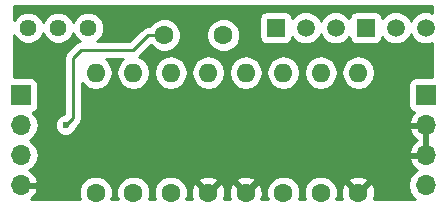
<source format=gbl>
G04 #@! TF.FileFunction,Copper,L2,Bot,Signal*
%FSLAX46Y46*%
G04 Gerber Fmt 4.6, Leading zero omitted, Abs format (unit mm)*
G04 Created by KiCad (PCBNEW 4.0.7) date 12/13/18 17:40:25*
%MOMM*%
%LPD*%
G01*
G04 APERTURE LIST*
%ADD10C,0.100000*%
%ADD11C,1.600000*%
%ADD12O,1.600000X1.600000*%
%ADD13C,1.440000*%
%ADD14R,1.700000X1.700000*%
%ADD15O,1.700000X1.700000*%
%ADD16C,1.520000*%
%ADD17R,1.520000X1.520000*%
%ADD18C,0.600000*%
%ADD19C,0.250000*%
%ADD20C,0.254000*%
G04 APERTURE END LIST*
D10*
D11*
X150495000Y-135255000D03*
D12*
X150495000Y-125095000D03*
D13*
X135255000Y-121285000D03*
X137795000Y-121285000D03*
X140335000Y-121285000D03*
D11*
X151765000Y-121920000D03*
X146765000Y-121920000D03*
D14*
X168910000Y-127000000D03*
D15*
X168910000Y-129540000D03*
X168910000Y-132080000D03*
X168910000Y-134620000D03*
D16*
X158750000Y-121285000D03*
X161290000Y-121285000D03*
D17*
X156210000Y-121285000D03*
D16*
X166370000Y-121285000D03*
X168910000Y-121285000D03*
D17*
X163830000Y-121285000D03*
D11*
X144145000Y-135255000D03*
D12*
X144145000Y-125095000D03*
D11*
X147320000Y-135255000D03*
D12*
X147320000Y-125095000D03*
D11*
X156845000Y-135255000D03*
D12*
X156845000Y-125095000D03*
D11*
X153670000Y-135255000D03*
D12*
X153670000Y-125095000D03*
D11*
X160020000Y-135255000D03*
D12*
X160020000Y-125095000D03*
D11*
X163195000Y-135255000D03*
D12*
X163195000Y-125095000D03*
D11*
X140970000Y-135255000D03*
D12*
X140970000Y-125095000D03*
D14*
X134620000Y-127000000D03*
D15*
X134620000Y-129540000D03*
X134620000Y-132080000D03*
X134620000Y-134620000D03*
D18*
X138430000Y-129540000D03*
D19*
X139065000Y-128905000D02*
X138430000Y-129540000D01*
X139065000Y-123825000D02*
X139065000Y-128905000D01*
X139700000Y-123190000D02*
X139065000Y-123825000D01*
X146765000Y-121920000D02*
X145415000Y-121920000D01*
X144145000Y-123190000D02*
X139700000Y-123190000D01*
X145415000Y-121920000D02*
X144145000Y-123190000D01*
D20*
G36*
X169470000Y-120007048D02*
X169188700Y-119890242D01*
X168633735Y-119889758D01*
X168120828Y-120101687D01*
X167728066Y-120493764D01*
X167640046Y-120705738D01*
X167553313Y-120495828D01*
X167161236Y-120103066D01*
X166648700Y-119890242D01*
X166093735Y-119889758D01*
X165580828Y-120101687D01*
X165224684Y-120457210D01*
X165193162Y-120289683D01*
X165054090Y-120073559D01*
X164841890Y-119928569D01*
X164590000Y-119877560D01*
X163070000Y-119877560D01*
X162834683Y-119921838D01*
X162618559Y-120060910D01*
X162473569Y-120273110D01*
X162436031Y-120458480D01*
X162081236Y-120103066D01*
X161568700Y-119890242D01*
X161013735Y-119889758D01*
X160500828Y-120101687D01*
X160108066Y-120493764D01*
X160020046Y-120705738D01*
X159933313Y-120495828D01*
X159541236Y-120103066D01*
X159028700Y-119890242D01*
X158473735Y-119889758D01*
X157960828Y-120101687D01*
X157604684Y-120457210D01*
X157573162Y-120289683D01*
X157434090Y-120073559D01*
X157221890Y-119928569D01*
X156970000Y-119877560D01*
X155450000Y-119877560D01*
X155214683Y-119921838D01*
X154998559Y-120060910D01*
X154853569Y-120273110D01*
X154802560Y-120525000D01*
X154802560Y-122045000D01*
X154846838Y-122280317D01*
X154985910Y-122496441D01*
X155198110Y-122641431D01*
X155450000Y-122692440D01*
X156970000Y-122692440D01*
X157205317Y-122648162D01*
X157421441Y-122509090D01*
X157566431Y-122296890D01*
X157603969Y-122111520D01*
X157958764Y-122466934D01*
X158471300Y-122679758D01*
X159026265Y-122680242D01*
X159539172Y-122468313D01*
X159931934Y-122076236D01*
X160019954Y-121864262D01*
X160106687Y-122074172D01*
X160498764Y-122466934D01*
X161011300Y-122679758D01*
X161566265Y-122680242D01*
X162079172Y-122468313D01*
X162435316Y-122112790D01*
X162466838Y-122280317D01*
X162605910Y-122496441D01*
X162818110Y-122641431D01*
X163070000Y-122692440D01*
X164590000Y-122692440D01*
X164825317Y-122648162D01*
X165041441Y-122509090D01*
X165186431Y-122296890D01*
X165223969Y-122111520D01*
X165578764Y-122466934D01*
X166091300Y-122679758D01*
X166646265Y-122680242D01*
X167159172Y-122468313D01*
X167551934Y-122076236D01*
X167639954Y-121864262D01*
X167726687Y-122074172D01*
X168118764Y-122466934D01*
X168631300Y-122679758D01*
X169186265Y-122680242D01*
X169470000Y-122563005D01*
X169470000Y-125502560D01*
X168060000Y-125502560D01*
X167824683Y-125546838D01*
X167608559Y-125685910D01*
X167463569Y-125898110D01*
X167412560Y-126150000D01*
X167412560Y-127850000D01*
X167456838Y-128085317D01*
X167595910Y-128301441D01*
X167808110Y-128446431D01*
X167916107Y-128468301D01*
X167638355Y-128773076D01*
X167468524Y-129183110D01*
X167589845Y-129413000D01*
X168783000Y-129413000D01*
X168783000Y-129393000D01*
X169037000Y-129393000D01*
X169037000Y-129413000D01*
X169057000Y-129413000D01*
X169057000Y-129667000D01*
X169037000Y-129667000D01*
X169037000Y-131953000D01*
X169057000Y-131953000D01*
X169057000Y-132207000D01*
X169037000Y-132207000D01*
X169037000Y-132227000D01*
X168783000Y-132227000D01*
X168783000Y-132207000D01*
X167589845Y-132207000D01*
X167468524Y-132436890D01*
X167638355Y-132846924D01*
X168028642Y-133275183D01*
X168171553Y-133342298D01*
X167830853Y-133569946D01*
X167508946Y-134051715D01*
X167395907Y-134620000D01*
X167508946Y-135188285D01*
X167830853Y-135670054D01*
X168047781Y-135815000D01*
X164518597Y-135815000D01*
X164641965Y-135471777D01*
X164614778Y-134901546D01*
X164448864Y-134500995D01*
X164202745Y-134426861D01*
X163374605Y-135255000D01*
X163388748Y-135269142D01*
X163209143Y-135448748D01*
X163195000Y-135434605D01*
X163180858Y-135448748D01*
X163001252Y-135269142D01*
X163015395Y-135255000D01*
X162187255Y-134426861D01*
X161941136Y-134500995D01*
X161748035Y-135038223D01*
X161775222Y-135608454D01*
X161860776Y-135815000D01*
X161341262Y-135815000D01*
X161454750Y-135541691D01*
X161455248Y-134970813D01*
X161237243Y-134443200D01*
X161041640Y-134247255D01*
X162366861Y-134247255D01*
X163195000Y-135075395D01*
X164023139Y-134247255D01*
X163949005Y-134001136D01*
X163411777Y-133808035D01*
X162841546Y-133835222D01*
X162440995Y-134001136D01*
X162366861Y-134247255D01*
X161041640Y-134247255D01*
X160833923Y-134039176D01*
X160306691Y-133820250D01*
X159735813Y-133819752D01*
X159208200Y-134037757D01*
X158804176Y-134441077D01*
X158585250Y-134968309D01*
X158584752Y-135539187D01*
X158698715Y-135815000D01*
X158166262Y-135815000D01*
X158279750Y-135541691D01*
X158280248Y-134970813D01*
X158062243Y-134443200D01*
X157658923Y-134039176D01*
X157131691Y-133820250D01*
X156560813Y-133819752D01*
X156033200Y-134037757D01*
X155629176Y-134441077D01*
X155410250Y-134968309D01*
X155409752Y-135539187D01*
X155523715Y-135815000D01*
X154993597Y-135815000D01*
X155116965Y-135471777D01*
X155089778Y-134901546D01*
X154923864Y-134500995D01*
X154677745Y-134426861D01*
X153849605Y-135255000D01*
X153863748Y-135269142D01*
X153684143Y-135448748D01*
X153670000Y-135434605D01*
X153655858Y-135448748D01*
X153476252Y-135269142D01*
X153490395Y-135255000D01*
X152662255Y-134426861D01*
X152416136Y-134500995D01*
X152223035Y-135038223D01*
X152250222Y-135608454D01*
X152335776Y-135815000D01*
X151818597Y-135815000D01*
X151941965Y-135471777D01*
X151914778Y-134901546D01*
X151748864Y-134500995D01*
X151502745Y-134426861D01*
X150674605Y-135255000D01*
X150688748Y-135269142D01*
X150509143Y-135448748D01*
X150495000Y-135434605D01*
X150480858Y-135448748D01*
X150301252Y-135269142D01*
X150315395Y-135255000D01*
X149487255Y-134426861D01*
X149241136Y-134500995D01*
X149048035Y-135038223D01*
X149075222Y-135608454D01*
X149160776Y-135815000D01*
X148641262Y-135815000D01*
X148754750Y-135541691D01*
X148755248Y-134970813D01*
X148537243Y-134443200D01*
X148341640Y-134247255D01*
X149666861Y-134247255D01*
X150495000Y-135075395D01*
X151323139Y-134247255D01*
X152841861Y-134247255D01*
X153670000Y-135075395D01*
X154498139Y-134247255D01*
X154424005Y-134001136D01*
X153886777Y-133808035D01*
X153316546Y-133835222D01*
X152915995Y-134001136D01*
X152841861Y-134247255D01*
X151323139Y-134247255D01*
X151249005Y-134001136D01*
X150711777Y-133808035D01*
X150141546Y-133835222D01*
X149740995Y-134001136D01*
X149666861Y-134247255D01*
X148341640Y-134247255D01*
X148133923Y-134039176D01*
X147606691Y-133820250D01*
X147035813Y-133819752D01*
X146508200Y-134037757D01*
X146104176Y-134441077D01*
X145885250Y-134968309D01*
X145884752Y-135539187D01*
X145998715Y-135815000D01*
X145466262Y-135815000D01*
X145579750Y-135541691D01*
X145580248Y-134970813D01*
X145362243Y-134443200D01*
X144958923Y-134039176D01*
X144431691Y-133820250D01*
X143860813Y-133819752D01*
X143333200Y-134037757D01*
X142929176Y-134441077D01*
X142710250Y-134968309D01*
X142709752Y-135539187D01*
X142823715Y-135815000D01*
X142291262Y-135815000D01*
X142404750Y-135541691D01*
X142405248Y-134970813D01*
X142187243Y-134443200D01*
X141783923Y-134039176D01*
X141256691Y-133820250D01*
X140685813Y-133819752D01*
X140158200Y-134037757D01*
X139754176Y-134441077D01*
X139535250Y-134968309D01*
X139534752Y-135539187D01*
X139648715Y-135815000D01*
X135501525Y-135815000D01*
X135891645Y-135386924D01*
X136061476Y-134976890D01*
X135940155Y-134747000D01*
X134747000Y-134747000D01*
X134747000Y-134767000D01*
X134493000Y-134767000D01*
X134493000Y-134747000D01*
X134473000Y-134747000D01*
X134473000Y-134493000D01*
X134493000Y-134493000D01*
X134493000Y-134473000D01*
X134747000Y-134473000D01*
X134747000Y-134493000D01*
X135940155Y-134493000D01*
X136061476Y-134263110D01*
X135891645Y-133853076D01*
X135501358Y-133424817D01*
X135358447Y-133357702D01*
X135699147Y-133130054D01*
X136021054Y-132648285D01*
X136134093Y-132080000D01*
X136021054Y-131511715D01*
X135699147Y-131029946D01*
X135369974Y-130810000D01*
X135699147Y-130590054D01*
X136021054Y-130108285D01*
X136134093Y-129540000D01*
X136021054Y-128971715D01*
X135699147Y-128489946D01*
X135657548Y-128462150D01*
X135705317Y-128453162D01*
X135921441Y-128314090D01*
X136066431Y-128101890D01*
X136117440Y-127850000D01*
X136117440Y-126150000D01*
X136073162Y-125914683D01*
X135934090Y-125698559D01*
X135721890Y-125553569D01*
X135470000Y-125502560D01*
X134060000Y-125502560D01*
X134060000Y-121941142D01*
X134105617Y-122051543D01*
X134486452Y-122433043D01*
X134984291Y-122639764D01*
X135523344Y-122640235D01*
X136021543Y-122434383D01*
X136403043Y-122053548D01*
X136525045Y-121759736D01*
X136645617Y-122051543D01*
X137026452Y-122433043D01*
X137524291Y-122639764D01*
X138063344Y-122640235D01*
X138561543Y-122434383D01*
X138943043Y-122053548D01*
X139065045Y-121759736D01*
X139185617Y-122051543D01*
X139566452Y-122433043D01*
X139604751Y-122448946D01*
X139409161Y-122487852D01*
X139162599Y-122652599D01*
X138527599Y-123287599D01*
X138362852Y-123534161D01*
X138305000Y-123825000D01*
X138305000Y-128590198D01*
X138290320Y-128604878D01*
X138244833Y-128604838D01*
X137901057Y-128746883D01*
X137637808Y-129009673D01*
X137495162Y-129353201D01*
X137494838Y-129725167D01*
X137636883Y-130068943D01*
X137899673Y-130332192D01*
X138243201Y-130474838D01*
X138615167Y-130475162D01*
X138958943Y-130333117D01*
X139222192Y-130070327D01*
X139294209Y-129896890D01*
X167468524Y-129896890D01*
X167638355Y-130306924D01*
X168028642Y-130735183D01*
X168187954Y-130810000D01*
X168028642Y-130884817D01*
X167638355Y-131313076D01*
X167468524Y-131723110D01*
X167589845Y-131953000D01*
X168783000Y-131953000D01*
X168783000Y-129667000D01*
X167589845Y-129667000D01*
X167468524Y-129896890D01*
X139294209Y-129896890D01*
X139364838Y-129726799D01*
X139364879Y-129679923D01*
X139602401Y-129442401D01*
X139767148Y-129195839D01*
X139825000Y-128905000D01*
X139825000Y-125942801D01*
X139955302Y-126137811D01*
X140420849Y-126448880D01*
X140970000Y-126558113D01*
X141519151Y-126448880D01*
X141984698Y-126137811D01*
X142295767Y-125672264D01*
X142405000Y-125123113D01*
X142405000Y-125066887D01*
X142295767Y-124517736D01*
X141984698Y-124052189D01*
X141831762Y-123950000D01*
X143283238Y-123950000D01*
X143130302Y-124052189D01*
X142819233Y-124517736D01*
X142710000Y-125066887D01*
X142710000Y-125123113D01*
X142819233Y-125672264D01*
X143130302Y-126137811D01*
X143595849Y-126448880D01*
X144145000Y-126558113D01*
X144694151Y-126448880D01*
X145159698Y-126137811D01*
X145470767Y-125672264D01*
X145580000Y-125123113D01*
X145580000Y-125066887D01*
X145885000Y-125066887D01*
X145885000Y-125123113D01*
X145994233Y-125672264D01*
X146305302Y-126137811D01*
X146770849Y-126448880D01*
X147320000Y-126558113D01*
X147869151Y-126448880D01*
X148334698Y-126137811D01*
X148645767Y-125672264D01*
X148755000Y-125123113D01*
X148755000Y-125066887D01*
X149060000Y-125066887D01*
X149060000Y-125123113D01*
X149169233Y-125672264D01*
X149480302Y-126137811D01*
X149945849Y-126448880D01*
X150495000Y-126558113D01*
X151044151Y-126448880D01*
X151509698Y-126137811D01*
X151820767Y-125672264D01*
X151930000Y-125123113D01*
X151930000Y-125066887D01*
X152235000Y-125066887D01*
X152235000Y-125123113D01*
X152344233Y-125672264D01*
X152655302Y-126137811D01*
X153120849Y-126448880D01*
X153670000Y-126558113D01*
X154219151Y-126448880D01*
X154684698Y-126137811D01*
X154995767Y-125672264D01*
X155105000Y-125123113D01*
X155105000Y-125066887D01*
X155410000Y-125066887D01*
X155410000Y-125123113D01*
X155519233Y-125672264D01*
X155830302Y-126137811D01*
X156295849Y-126448880D01*
X156845000Y-126558113D01*
X157394151Y-126448880D01*
X157859698Y-126137811D01*
X158170767Y-125672264D01*
X158280000Y-125123113D01*
X158280000Y-125066887D01*
X158585000Y-125066887D01*
X158585000Y-125123113D01*
X158694233Y-125672264D01*
X159005302Y-126137811D01*
X159470849Y-126448880D01*
X160020000Y-126558113D01*
X160569151Y-126448880D01*
X161034698Y-126137811D01*
X161345767Y-125672264D01*
X161455000Y-125123113D01*
X161455000Y-125066887D01*
X161760000Y-125066887D01*
X161760000Y-125123113D01*
X161869233Y-125672264D01*
X162180302Y-126137811D01*
X162645849Y-126448880D01*
X163195000Y-126558113D01*
X163744151Y-126448880D01*
X164209698Y-126137811D01*
X164520767Y-125672264D01*
X164630000Y-125123113D01*
X164630000Y-125066887D01*
X164520767Y-124517736D01*
X164209698Y-124052189D01*
X163744151Y-123741120D01*
X163195000Y-123631887D01*
X162645849Y-123741120D01*
X162180302Y-124052189D01*
X161869233Y-124517736D01*
X161760000Y-125066887D01*
X161455000Y-125066887D01*
X161345767Y-124517736D01*
X161034698Y-124052189D01*
X160569151Y-123741120D01*
X160020000Y-123631887D01*
X159470849Y-123741120D01*
X159005302Y-124052189D01*
X158694233Y-124517736D01*
X158585000Y-125066887D01*
X158280000Y-125066887D01*
X158170767Y-124517736D01*
X157859698Y-124052189D01*
X157394151Y-123741120D01*
X156845000Y-123631887D01*
X156295849Y-123741120D01*
X155830302Y-124052189D01*
X155519233Y-124517736D01*
X155410000Y-125066887D01*
X155105000Y-125066887D01*
X154995767Y-124517736D01*
X154684698Y-124052189D01*
X154219151Y-123741120D01*
X153670000Y-123631887D01*
X153120849Y-123741120D01*
X152655302Y-124052189D01*
X152344233Y-124517736D01*
X152235000Y-125066887D01*
X151930000Y-125066887D01*
X151820767Y-124517736D01*
X151509698Y-124052189D01*
X151044151Y-123741120D01*
X150495000Y-123631887D01*
X149945849Y-123741120D01*
X149480302Y-124052189D01*
X149169233Y-124517736D01*
X149060000Y-125066887D01*
X148755000Y-125066887D01*
X148645767Y-124517736D01*
X148334698Y-124052189D01*
X147869151Y-123741120D01*
X147320000Y-123631887D01*
X146770849Y-123741120D01*
X146305302Y-124052189D01*
X145994233Y-124517736D01*
X145885000Y-125066887D01*
X145580000Y-125066887D01*
X145470767Y-124517736D01*
X145159698Y-124052189D01*
X144694151Y-123741120D01*
X144669275Y-123736172D01*
X144682401Y-123727401D01*
X145612823Y-122796979D01*
X145951077Y-123135824D01*
X146478309Y-123354750D01*
X147049187Y-123355248D01*
X147576800Y-123137243D01*
X147980824Y-122733923D01*
X148199750Y-122206691D01*
X148199752Y-122204187D01*
X150329752Y-122204187D01*
X150547757Y-122731800D01*
X150951077Y-123135824D01*
X151478309Y-123354750D01*
X152049187Y-123355248D01*
X152576800Y-123137243D01*
X152980824Y-122733923D01*
X153199750Y-122206691D01*
X153200248Y-121635813D01*
X152982243Y-121108200D01*
X152578923Y-120704176D01*
X152051691Y-120485250D01*
X151480813Y-120484752D01*
X150953200Y-120702757D01*
X150549176Y-121106077D01*
X150330250Y-121633309D01*
X150329752Y-122204187D01*
X148199752Y-122204187D01*
X148200248Y-121635813D01*
X147982243Y-121108200D01*
X147578923Y-120704176D01*
X147051691Y-120485250D01*
X146480813Y-120484752D01*
X145953200Y-120702757D01*
X145549176Y-121106077D01*
X145526785Y-121160000D01*
X145415000Y-121160000D01*
X145124160Y-121217852D01*
X144877599Y-121382599D01*
X143830198Y-122430000D01*
X141105934Y-122430000D01*
X141483043Y-122053548D01*
X141689764Y-121555709D01*
X141690235Y-121016656D01*
X141484383Y-120518457D01*
X141103548Y-120136957D01*
X140605709Y-119930236D01*
X140066656Y-119929765D01*
X139568457Y-120135617D01*
X139186957Y-120516452D01*
X139064955Y-120810264D01*
X138944383Y-120518457D01*
X138563548Y-120136957D01*
X138065709Y-119930236D01*
X137526656Y-119929765D01*
X137028457Y-120135617D01*
X136646957Y-120516452D01*
X136524955Y-120810264D01*
X136404383Y-120518457D01*
X136023548Y-120136957D01*
X135525709Y-119930236D01*
X134986656Y-119929765D01*
X134488457Y-120135617D01*
X134106957Y-120516452D01*
X134060000Y-120629537D01*
X134060000Y-119455000D01*
X169470000Y-119455000D01*
X169470000Y-120007048D01*
X169470000Y-120007048D01*
G37*
X169470000Y-120007048D02*
X169188700Y-119890242D01*
X168633735Y-119889758D01*
X168120828Y-120101687D01*
X167728066Y-120493764D01*
X167640046Y-120705738D01*
X167553313Y-120495828D01*
X167161236Y-120103066D01*
X166648700Y-119890242D01*
X166093735Y-119889758D01*
X165580828Y-120101687D01*
X165224684Y-120457210D01*
X165193162Y-120289683D01*
X165054090Y-120073559D01*
X164841890Y-119928569D01*
X164590000Y-119877560D01*
X163070000Y-119877560D01*
X162834683Y-119921838D01*
X162618559Y-120060910D01*
X162473569Y-120273110D01*
X162436031Y-120458480D01*
X162081236Y-120103066D01*
X161568700Y-119890242D01*
X161013735Y-119889758D01*
X160500828Y-120101687D01*
X160108066Y-120493764D01*
X160020046Y-120705738D01*
X159933313Y-120495828D01*
X159541236Y-120103066D01*
X159028700Y-119890242D01*
X158473735Y-119889758D01*
X157960828Y-120101687D01*
X157604684Y-120457210D01*
X157573162Y-120289683D01*
X157434090Y-120073559D01*
X157221890Y-119928569D01*
X156970000Y-119877560D01*
X155450000Y-119877560D01*
X155214683Y-119921838D01*
X154998559Y-120060910D01*
X154853569Y-120273110D01*
X154802560Y-120525000D01*
X154802560Y-122045000D01*
X154846838Y-122280317D01*
X154985910Y-122496441D01*
X155198110Y-122641431D01*
X155450000Y-122692440D01*
X156970000Y-122692440D01*
X157205317Y-122648162D01*
X157421441Y-122509090D01*
X157566431Y-122296890D01*
X157603969Y-122111520D01*
X157958764Y-122466934D01*
X158471300Y-122679758D01*
X159026265Y-122680242D01*
X159539172Y-122468313D01*
X159931934Y-122076236D01*
X160019954Y-121864262D01*
X160106687Y-122074172D01*
X160498764Y-122466934D01*
X161011300Y-122679758D01*
X161566265Y-122680242D01*
X162079172Y-122468313D01*
X162435316Y-122112790D01*
X162466838Y-122280317D01*
X162605910Y-122496441D01*
X162818110Y-122641431D01*
X163070000Y-122692440D01*
X164590000Y-122692440D01*
X164825317Y-122648162D01*
X165041441Y-122509090D01*
X165186431Y-122296890D01*
X165223969Y-122111520D01*
X165578764Y-122466934D01*
X166091300Y-122679758D01*
X166646265Y-122680242D01*
X167159172Y-122468313D01*
X167551934Y-122076236D01*
X167639954Y-121864262D01*
X167726687Y-122074172D01*
X168118764Y-122466934D01*
X168631300Y-122679758D01*
X169186265Y-122680242D01*
X169470000Y-122563005D01*
X169470000Y-125502560D01*
X168060000Y-125502560D01*
X167824683Y-125546838D01*
X167608559Y-125685910D01*
X167463569Y-125898110D01*
X167412560Y-126150000D01*
X167412560Y-127850000D01*
X167456838Y-128085317D01*
X167595910Y-128301441D01*
X167808110Y-128446431D01*
X167916107Y-128468301D01*
X167638355Y-128773076D01*
X167468524Y-129183110D01*
X167589845Y-129413000D01*
X168783000Y-129413000D01*
X168783000Y-129393000D01*
X169037000Y-129393000D01*
X169037000Y-129413000D01*
X169057000Y-129413000D01*
X169057000Y-129667000D01*
X169037000Y-129667000D01*
X169037000Y-131953000D01*
X169057000Y-131953000D01*
X169057000Y-132207000D01*
X169037000Y-132207000D01*
X169037000Y-132227000D01*
X168783000Y-132227000D01*
X168783000Y-132207000D01*
X167589845Y-132207000D01*
X167468524Y-132436890D01*
X167638355Y-132846924D01*
X168028642Y-133275183D01*
X168171553Y-133342298D01*
X167830853Y-133569946D01*
X167508946Y-134051715D01*
X167395907Y-134620000D01*
X167508946Y-135188285D01*
X167830853Y-135670054D01*
X168047781Y-135815000D01*
X164518597Y-135815000D01*
X164641965Y-135471777D01*
X164614778Y-134901546D01*
X164448864Y-134500995D01*
X164202745Y-134426861D01*
X163374605Y-135255000D01*
X163388748Y-135269142D01*
X163209143Y-135448748D01*
X163195000Y-135434605D01*
X163180858Y-135448748D01*
X163001252Y-135269142D01*
X163015395Y-135255000D01*
X162187255Y-134426861D01*
X161941136Y-134500995D01*
X161748035Y-135038223D01*
X161775222Y-135608454D01*
X161860776Y-135815000D01*
X161341262Y-135815000D01*
X161454750Y-135541691D01*
X161455248Y-134970813D01*
X161237243Y-134443200D01*
X161041640Y-134247255D01*
X162366861Y-134247255D01*
X163195000Y-135075395D01*
X164023139Y-134247255D01*
X163949005Y-134001136D01*
X163411777Y-133808035D01*
X162841546Y-133835222D01*
X162440995Y-134001136D01*
X162366861Y-134247255D01*
X161041640Y-134247255D01*
X160833923Y-134039176D01*
X160306691Y-133820250D01*
X159735813Y-133819752D01*
X159208200Y-134037757D01*
X158804176Y-134441077D01*
X158585250Y-134968309D01*
X158584752Y-135539187D01*
X158698715Y-135815000D01*
X158166262Y-135815000D01*
X158279750Y-135541691D01*
X158280248Y-134970813D01*
X158062243Y-134443200D01*
X157658923Y-134039176D01*
X157131691Y-133820250D01*
X156560813Y-133819752D01*
X156033200Y-134037757D01*
X155629176Y-134441077D01*
X155410250Y-134968309D01*
X155409752Y-135539187D01*
X155523715Y-135815000D01*
X154993597Y-135815000D01*
X155116965Y-135471777D01*
X155089778Y-134901546D01*
X154923864Y-134500995D01*
X154677745Y-134426861D01*
X153849605Y-135255000D01*
X153863748Y-135269142D01*
X153684143Y-135448748D01*
X153670000Y-135434605D01*
X153655858Y-135448748D01*
X153476252Y-135269142D01*
X153490395Y-135255000D01*
X152662255Y-134426861D01*
X152416136Y-134500995D01*
X152223035Y-135038223D01*
X152250222Y-135608454D01*
X152335776Y-135815000D01*
X151818597Y-135815000D01*
X151941965Y-135471777D01*
X151914778Y-134901546D01*
X151748864Y-134500995D01*
X151502745Y-134426861D01*
X150674605Y-135255000D01*
X150688748Y-135269142D01*
X150509143Y-135448748D01*
X150495000Y-135434605D01*
X150480858Y-135448748D01*
X150301252Y-135269142D01*
X150315395Y-135255000D01*
X149487255Y-134426861D01*
X149241136Y-134500995D01*
X149048035Y-135038223D01*
X149075222Y-135608454D01*
X149160776Y-135815000D01*
X148641262Y-135815000D01*
X148754750Y-135541691D01*
X148755248Y-134970813D01*
X148537243Y-134443200D01*
X148341640Y-134247255D01*
X149666861Y-134247255D01*
X150495000Y-135075395D01*
X151323139Y-134247255D01*
X152841861Y-134247255D01*
X153670000Y-135075395D01*
X154498139Y-134247255D01*
X154424005Y-134001136D01*
X153886777Y-133808035D01*
X153316546Y-133835222D01*
X152915995Y-134001136D01*
X152841861Y-134247255D01*
X151323139Y-134247255D01*
X151249005Y-134001136D01*
X150711777Y-133808035D01*
X150141546Y-133835222D01*
X149740995Y-134001136D01*
X149666861Y-134247255D01*
X148341640Y-134247255D01*
X148133923Y-134039176D01*
X147606691Y-133820250D01*
X147035813Y-133819752D01*
X146508200Y-134037757D01*
X146104176Y-134441077D01*
X145885250Y-134968309D01*
X145884752Y-135539187D01*
X145998715Y-135815000D01*
X145466262Y-135815000D01*
X145579750Y-135541691D01*
X145580248Y-134970813D01*
X145362243Y-134443200D01*
X144958923Y-134039176D01*
X144431691Y-133820250D01*
X143860813Y-133819752D01*
X143333200Y-134037757D01*
X142929176Y-134441077D01*
X142710250Y-134968309D01*
X142709752Y-135539187D01*
X142823715Y-135815000D01*
X142291262Y-135815000D01*
X142404750Y-135541691D01*
X142405248Y-134970813D01*
X142187243Y-134443200D01*
X141783923Y-134039176D01*
X141256691Y-133820250D01*
X140685813Y-133819752D01*
X140158200Y-134037757D01*
X139754176Y-134441077D01*
X139535250Y-134968309D01*
X139534752Y-135539187D01*
X139648715Y-135815000D01*
X135501525Y-135815000D01*
X135891645Y-135386924D01*
X136061476Y-134976890D01*
X135940155Y-134747000D01*
X134747000Y-134747000D01*
X134747000Y-134767000D01*
X134493000Y-134767000D01*
X134493000Y-134747000D01*
X134473000Y-134747000D01*
X134473000Y-134493000D01*
X134493000Y-134493000D01*
X134493000Y-134473000D01*
X134747000Y-134473000D01*
X134747000Y-134493000D01*
X135940155Y-134493000D01*
X136061476Y-134263110D01*
X135891645Y-133853076D01*
X135501358Y-133424817D01*
X135358447Y-133357702D01*
X135699147Y-133130054D01*
X136021054Y-132648285D01*
X136134093Y-132080000D01*
X136021054Y-131511715D01*
X135699147Y-131029946D01*
X135369974Y-130810000D01*
X135699147Y-130590054D01*
X136021054Y-130108285D01*
X136134093Y-129540000D01*
X136021054Y-128971715D01*
X135699147Y-128489946D01*
X135657548Y-128462150D01*
X135705317Y-128453162D01*
X135921441Y-128314090D01*
X136066431Y-128101890D01*
X136117440Y-127850000D01*
X136117440Y-126150000D01*
X136073162Y-125914683D01*
X135934090Y-125698559D01*
X135721890Y-125553569D01*
X135470000Y-125502560D01*
X134060000Y-125502560D01*
X134060000Y-121941142D01*
X134105617Y-122051543D01*
X134486452Y-122433043D01*
X134984291Y-122639764D01*
X135523344Y-122640235D01*
X136021543Y-122434383D01*
X136403043Y-122053548D01*
X136525045Y-121759736D01*
X136645617Y-122051543D01*
X137026452Y-122433043D01*
X137524291Y-122639764D01*
X138063344Y-122640235D01*
X138561543Y-122434383D01*
X138943043Y-122053548D01*
X139065045Y-121759736D01*
X139185617Y-122051543D01*
X139566452Y-122433043D01*
X139604751Y-122448946D01*
X139409161Y-122487852D01*
X139162599Y-122652599D01*
X138527599Y-123287599D01*
X138362852Y-123534161D01*
X138305000Y-123825000D01*
X138305000Y-128590198D01*
X138290320Y-128604878D01*
X138244833Y-128604838D01*
X137901057Y-128746883D01*
X137637808Y-129009673D01*
X137495162Y-129353201D01*
X137494838Y-129725167D01*
X137636883Y-130068943D01*
X137899673Y-130332192D01*
X138243201Y-130474838D01*
X138615167Y-130475162D01*
X138958943Y-130333117D01*
X139222192Y-130070327D01*
X139294209Y-129896890D01*
X167468524Y-129896890D01*
X167638355Y-130306924D01*
X168028642Y-130735183D01*
X168187954Y-130810000D01*
X168028642Y-130884817D01*
X167638355Y-131313076D01*
X167468524Y-131723110D01*
X167589845Y-131953000D01*
X168783000Y-131953000D01*
X168783000Y-129667000D01*
X167589845Y-129667000D01*
X167468524Y-129896890D01*
X139294209Y-129896890D01*
X139364838Y-129726799D01*
X139364879Y-129679923D01*
X139602401Y-129442401D01*
X139767148Y-129195839D01*
X139825000Y-128905000D01*
X139825000Y-125942801D01*
X139955302Y-126137811D01*
X140420849Y-126448880D01*
X140970000Y-126558113D01*
X141519151Y-126448880D01*
X141984698Y-126137811D01*
X142295767Y-125672264D01*
X142405000Y-125123113D01*
X142405000Y-125066887D01*
X142295767Y-124517736D01*
X141984698Y-124052189D01*
X141831762Y-123950000D01*
X143283238Y-123950000D01*
X143130302Y-124052189D01*
X142819233Y-124517736D01*
X142710000Y-125066887D01*
X142710000Y-125123113D01*
X142819233Y-125672264D01*
X143130302Y-126137811D01*
X143595849Y-126448880D01*
X144145000Y-126558113D01*
X144694151Y-126448880D01*
X145159698Y-126137811D01*
X145470767Y-125672264D01*
X145580000Y-125123113D01*
X145580000Y-125066887D01*
X145885000Y-125066887D01*
X145885000Y-125123113D01*
X145994233Y-125672264D01*
X146305302Y-126137811D01*
X146770849Y-126448880D01*
X147320000Y-126558113D01*
X147869151Y-126448880D01*
X148334698Y-126137811D01*
X148645767Y-125672264D01*
X148755000Y-125123113D01*
X148755000Y-125066887D01*
X149060000Y-125066887D01*
X149060000Y-125123113D01*
X149169233Y-125672264D01*
X149480302Y-126137811D01*
X149945849Y-126448880D01*
X150495000Y-126558113D01*
X151044151Y-126448880D01*
X151509698Y-126137811D01*
X151820767Y-125672264D01*
X151930000Y-125123113D01*
X151930000Y-125066887D01*
X152235000Y-125066887D01*
X152235000Y-125123113D01*
X152344233Y-125672264D01*
X152655302Y-126137811D01*
X153120849Y-126448880D01*
X153670000Y-126558113D01*
X154219151Y-126448880D01*
X154684698Y-126137811D01*
X154995767Y-125672264D01*
X155105000Y-125123113D01*
X155105000Y-125066887D01*
X155410000Y-125066887D01*
X155410000Y-125123113D01*
X155519233Y-125672264D01*
X155830302Y-126137811D01*
X156295849Y-126448880D01*
X156845000Y-126558113D01*
X157394151Y-126448880D01*
X157859698Y-126137811D01*
X158170767Y-125672264D01*
X158280000Y-125123113D01*
X158280000Y-125066887D01*
X158585000Y-125066887D01*
X158585000Y-125123113D01*
X158694233Y-125672264D01*
X159005302Y-126137811D01*
X159470849Y-126448880D01*
X160020000Y-126558113D01*
X160569151Y-126448880D01*
X161034698Y-126137811D01*
X161345767Y-125672264D01*
X161455000Y-125123113D01*
X161455000Y-125066887D01*
X161760000Y-125066887D01*
X161760000Y-125123113D01*
X161869233Y-125672264D01*
X162180302Y-126137811D01*
X162645849Y-126448880D01*
X163195000Y-126558113D01*
X163744151Y-126448880D01*
X164209698Y-126137811D01*
X164520767Y-125672264D01*
X164630000Y-125123113D01*
X164630000Y-125066887D01*
X164520767Y-124517736D01*
X164209698Y-124052189D01*
X163744151Y-123741120D01*
X163195000Y-123631887D01*
X162645849Y-123741120D01*
X162180302Y-124052189D01*
X161869233Y-124517736D01*
X161760000Y-125066887D01*
X161455000Y-125066887D01*
X161345767Y-124517736D01*
X161034698Y-124052189D01*
X160569151Y-123741120D01*
X160020000Y-123631887D01*
X159470849Y-123741120D01*
X159005302Y-124052189D01*
X158694233Y-124517736D01*
X158585000Y-125066887D01*
X158280000Y-125066887D01*
X158170767Y-124517736D01*
X157859698Y-124052189D01*
X157394151Y-123741120D01*
X156845000Y-123631887D01*
X156295849Y-123741120D01*
X155830302Y-124052189D01*
X155519233Y-124517736D01*
X155410000Y-125066887D01*
X155105000Y-125066887D01*
X154995767Y-124517736D01*
X154684698Y-124052189D01*
X154219151Y-123741120D01*
X153670000Y-123631887D01*
X153120849Y-123741120D01*
X152655302Y-124052189D01*
X152344233Y-124517736D01*
X152235000Y-125066887D01*
X151930000Y-125066887D01*
X151820767Y-124517736D01*
X151509698Y-124052189D01*
X151044151Y-123741120D01*
X150495000Y-123631887D01*
X149945849Y-123741120D01*
X149480302Y-124052189D01*
X149169233Y-124517736D01*
X149060000Y-125066887D01*
X148755000Y-125066887D01*
X148645767Y-124517736D01*
X148334698Y-124052189D01*
X147869151Y-123741120D01*
X147320000Y-123631887D01*
X146770849Y-123741120D01*
X146305302Y-124052189D01*
X145994233Y-124517736D01*
X145885000Y-125066887D01*
X145580000Y-125066887D01*
X145470767Y-124517736D01*
X145159698Y-124052189D01*
X144694151Y-123741120D01*
X144669275Y-123736172D01*
X144682401Y-123727401D01*
X145612823Y-122796979D01*
X145951077Y-123135824D01*
X146478309Y-123354750D01*
X147049187Y-123355248D01*
X147576800Y-123137243D01*
X147980824Y-122733923D01*
X148199750Y-122206691D01*
X148199752Y-122204187D01*
X150329752Y-122204187D01*
X150547757Y-122731800D01*
X150951077Y-123135824D01*
X151478309Y-123354750D01*
X152049187Y-123355248D01*
X152576800Y-123137243D01*
X152980824Y-122733923D01*
X153199750Y-122206691D01*
X153200248Y-121635813D01*
X152982243Y-121108200D01*
X152578923Y-120704176D01*
X152051691Y-120485250D01*
X151480813Y-120484752D01*
X150953200Y-120702757D01*
X150549176Y-121106077D01*
X150330250Y-121633309D01*
X150329752Y-122204187D01*
X148199752Y-122204187D01*
X148200248Y-121635813D01*
X147982243Y-121108200D01*
X147578923Y-120704176D01*
X147051691Y-120485250D01*
X146480813Y-120484752D01*
X145953200Y-120702757D01*
X145549176Y-121106077D01*
X145526785Y-121160000D01*
X145415000Y-121160000D01*
X145124160Y-121217852D01*
X144877599Y-121382599D01*
X143830198Y-122430000D01*
X141105934Y-122430000D01*
X141483043Y-122053548D01*
X141689764Y-121555709D01*
X141690235Y-121016656D01*
X141484383Y-120518457D01*
X141103548Y-120136957D01*
X140605709Y-119930236D01*
X140066656Y-119929765D01*
X139568457Y-120135617D01*
X139186957Y-120516452D01*
X139064955Y-120810264D01*
X138944383Y-120518457D01*
X138563548Y-120136957D01*
X138065709Y-119930236D01*
X137526656Y-119929765D01*
X137028457Y-120135617D01*
X136646957Y-120516452D01*
X136524955Y-120810264D01*
X136404383Y-120518457D01*
X136023548Y-120136957D01*
X135525709Y-119930236D01*
X134986656Y-119929765D01*
X134488457Y-120135617D01*
X134106957Y-120516452D01*
X134060000Y-120629537D01*
X134060000Y-119455000D01*
X169470000Y-119455000D01*
X169470000Y-120007048D01*
M02*

</source>
